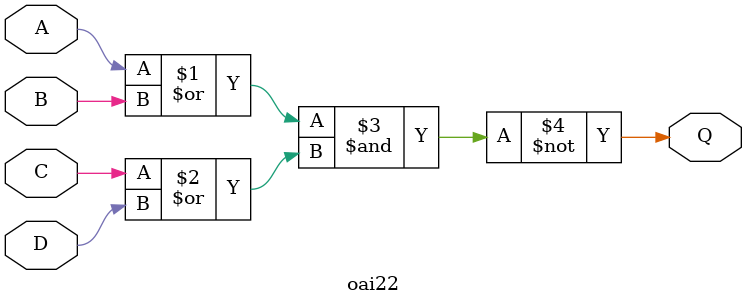
<source format=v>
`timescale 1ps/1ps
module oai22 (
	input A, 
	input B, 
	input D, 
	input C, 
	output Q
);
	assign  Q = ~((A|B)&(C|D));

endmodule

</source>
